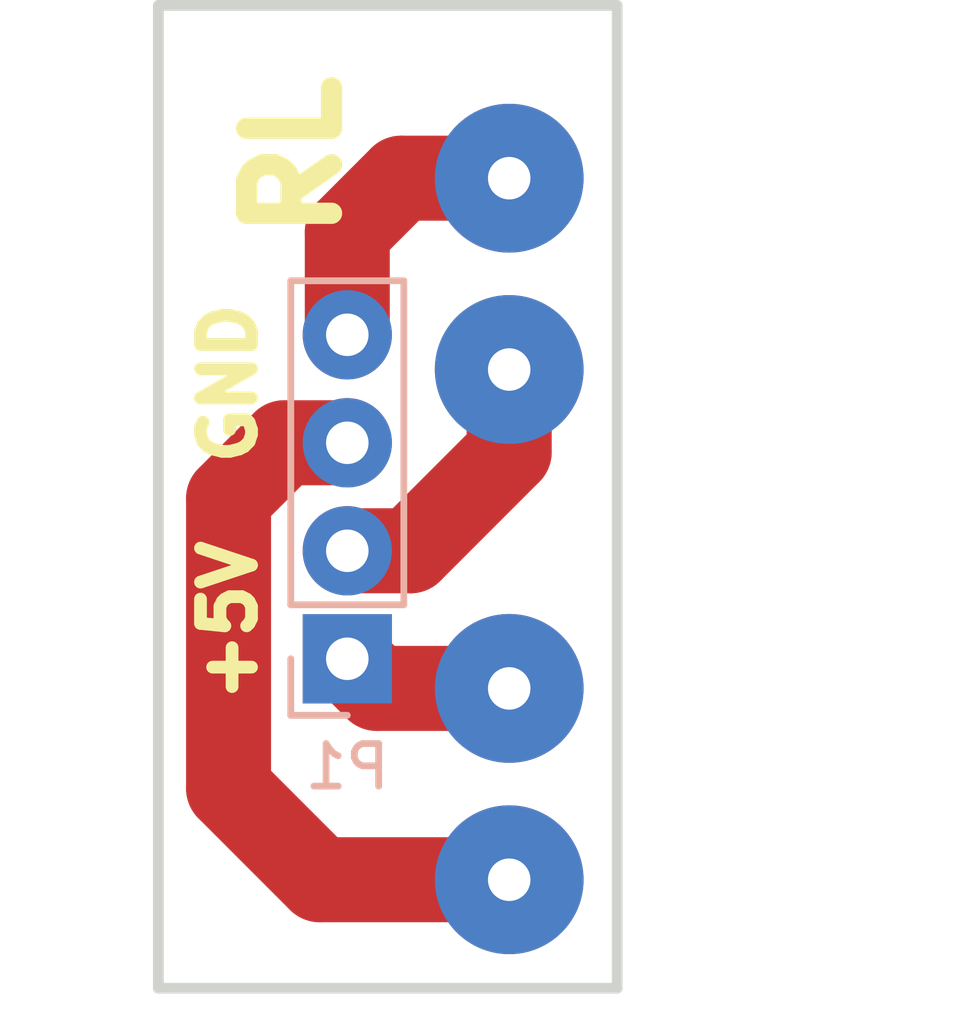
<source format=kicad_pcb>
(kicad_pcb (version 20221018) (generator pcbnew)
  (layers (0 "F.Cu" signal) (31 "B.Cu" signal) (34 "B.Paste" user) (35 "F.Paste" user) (36 "B.SilkS" user "B.Silkscreen") (37 "F.SilkS" user "F.Silkscreen") (38 "B.Mask" user) (39 "F.Mask" user) (44 "Edge.Cuts" user))
  (net 0 "")
  (net 1 "+5V")
  (net 2 "GND")
  (footprint "mounting_hole_pad_rl:mounting_hole_pad_1x3.5mm" (layer "F.Cu") (at 182.88 85.08)
    (fp_text reference "H4" hide)
    (fp_text value "mounting_hole_pad_1x3.5mm")
    (pad "1" thru_hole circle (at 0 0) (size 3.5 3.5) (drill 1) (layers "*.Cu" "*.Mask") (net 2 "GND"))
  )
  (footprint "mounting_hole_pad_rl:mounting_hole_pad_1x3.5mm" (layer "F.Cu") (at 182.88 80.58)
    (fp_text reference "H2" hide)
    (fp_text value "mounting_hole_pad_1x3.5mm")
    (pad "1" thru_hole circle (at 0 0) (size 3.5 3.5) (drill 1) (layers "*.Cu" "*.Mask") (net 1 "+5V"))
  )
  (footprint "mounting_hole_pad_rl:mounting_hole_pad_1x3.5mm" (layer "F.Cu") (at 182.88 68.58)
    (fp_text reference "H3" hide)
    (fp_text value "mounting_hole_pad_1x3.5mm")
    (pad "1" thru_hole circle (at 0 0) (size 3.5 3.5) (drill 1) (layers "*.Cu" "*.Mask") (net 2 "GND"))
  )
  (footprint "mounting_hole_pad_rl:mounting_hole_pad_1x3.5mm" (layer "F.Cu") (at 182.88 73.08)
    (fp_text reference "H1" hide)
    (fp_text value "mounting_hole_pad_1x3.5mm")
    (pad "1" thru_hole circle (at 0 0) (size 3.5 3.5) (drill 1) (layers "*.Cu" "*.Mask") (net 1 "+5V"))
  )
  (footprint "connector_tht_pinheader_2.54mm_rl:1x4_pinheader_2.54mm_vertical" (layer "B.Cu") (at 179.07 79.883)
    (fp_text reference "P1" (at 0 2.54 180) (layer "B.SilkS") (effects (font (thickness 0.16)) (justify mirror)))
    (fp_text value "DS1021-1-4SF11-B")
    (fp_line (start -1.33 -8.89) (end 1.33 -8.89) (stroke (width 0.16)) (layer "B.SilkS"))
    (fp_line (start -1.33 -1.27) (end -1.33 -8.89) (stroke (width 0.16)) (layer "B.SilkS"))
    (fp_line (start -1.33 -1.27) (end 1.33 -1.27) (stroke (width 0.16)) (layer "B.SilkS"))
    (fp_line (start -1.33 0) (end -1.33 1.33) (stroke (width 0.16)) (layer "B.SilkS"))
    (fp_line (start -1.33 1.33) (end 0 1.33) (stroke (width 0.16)) (layer "B.SilkS"))
    (fp_line (start 1.33 -1.27) (end 1.33 -8.89) (stroke (width 0.16)) (layer "B.SilkS"))
    (pad "1" thru_hole rect (at 0 0) (size 2.1 2.1) (drill 1) (layers "*.Cu" "*.Mask") (net 1 "+5V"))
    (pad "2" thru_hole oval (at 0 -2.54) (size 2.1 2.1) (drill 1) (layers "*.Cu" "*.Mask") (net 1 "+5V"))
    (pad "3" thru_hole oval (at 0 -5.08) (size 2.1 2.1) (drill 1) (layers "*.Cu" "*.Mask") (net 2 "GND"))
    (pad "4" thru_hole oval (at 0 -7.62) (size 2.1 2.1) (drill 1) (layers "*.Cu" "*.Mask") (net 2 "GND"))
  )
  (gr_line (start 174.625 87.63) (end 174.625 64.516) (stroke (width 0.254)) (layer "Edge.Cuts"))
  (gr_line (start 174.625 64.516) (end 185.42 64.516) (stroke (width 0.254)) (layer "Edge.Cuts"))
  (gr_line (start 185.42 64.516) (end 185.42 87.63) (stroke (width 0.254)) (layer "Edge.Cuts"))
  (gr_line (start 185.42 87.63) (end 174.625 87.63) (stroke (width 0.254)) (layer "Edge.Cuts"))
  (gr_text "+5V" (at 176.276 78.994 90) (layer "F.SilkS") (effects (font (size 1.2 1.2) (thickness 0.3))))
  (gr_text "GND" (at 176.276 73.406 90) (layer "F.SilkS") (effects (font (size 1.2 1.2) (thickness 0.3))))
  (gr_text "RL" (at 177.8 68.072 90) (layer "F.SilkS") (effects (font (size 2 2) (thickness 0.5))))
  (segment (start 180.554924 77.343) (end 182.88 75.017924) (width 2) (layer "F.Cu") (net 1))
  (segment (start 182.88 80.58) (end 179.767 80.58) (width 2) (layer "F.Cu") (net 1))
  (segment (start 182.815 80.645) (end 182.88 80.58) (width 2) (layer "F.Cu") (net 1))
  (segment (start 182.88 75.017924) (end 182.88 73.08) (width 2) (layer "F.Cu") (net 1))
  (segment (start 179.07 77.343) (end 180.554924 77.343) (width 2) (layer "F.Cu") (net 1))
  (segment (start 182.88 74.509924) (end 182.88 73.08) (width 2) (layer "F.Cu") (net 1))
  (segment (start 179.767 80.58) (end 179.07 79.883) (width 2) (layer "F.Cu") (net 1))
  (segment (start 182.88 68.58) (end 180.34 68.58) (width 2) (layer "F.Cu") (net 2))
  (segment (start 176.276 76.112076) (end 176.276 82.931) (width 2) (layer "F.Cu") (net 2))
  (segment (start 178.425 85.08) (end 182.88 85.08) (width 2) (layer "F.Cu") (net 2))
  (segment (start 179.07 74.803) (end 177.585076 74.803) (width 2) (layer "F.Cu") (net 2))
  (segment (start 177.585076 74.803) (end 176.276 76.112076) (width 2) (layer "F.Cu") (net 2))
  (segment (start 180.34 68.58) (end 179.07 69.85) (width 2) (layer "F.Cu") (net 2))
  (segment (start 179.07 69.85) (end 179.07 72.263) (width 2) (layer "F.Cu") (net 2))
  (segment (start 176.276 82.931) (end 178.425 85.08) (width 2) (layer "F.Cu") (net 2))
)
</source>
